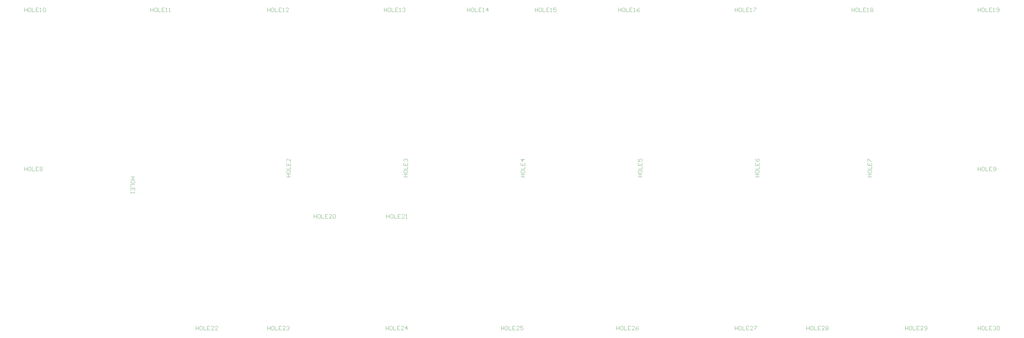
<source format=gbr>
%FSTAX23Y23*%
%MOIN*%
%SFA1B1*%

%IPPOS*%
%ADD143C,0.000500*%
%LNquadcube_65_pcb_mechanical_17-1*%
%LPD*%
G54D143*
X12727Y04122D02*
Y04073D01*
Y04097*
X1276*
Y04122*
Y04073*
X128Y04122D02*
X12784D01*
X12776Y04114*
Y04081*
X12784Y04073*
X128*
X12809Y04081*
Y04114*
X128Y04122*
X12825D02*
Y04073D01*
X12857*
X12906Y04122D02*
X12874D01*
Y04073*
X12906*
X12874Y04097D02*
X1289D01*
X12923Y04073D02*
X12939D01*
X12931*
Y04122*
X12923Y04114*
X12964Y04081D02*
X12972Y04073D01*
X12988*
X12996Y04081*
Y04114*
X12988Y04122*
X12972*
X12964Y04114*
Y04106*
X12972Y04097*
X12996*
X04226Y01479D02*
Y0143D01*
Y01455*
X04259*
Y01479*
Y0143*
X04299Y01479D02*
X04283D01*
X04275Y01471*
Y01438*
X04283Y0143*
X04299*
X04308Y01438*
Y01471*
X04299Y01479*
X04324D02*
Y0143D01*
X04357*
X04405Y01479D02*
X04373D01*
Y0143*
X04405*
X04373Y01455D02*
X04389D01*
X04454Y0143D02*
X04422D01*
X04454Y01463*
Y01471*
X04446Y01479*
X0443*
X04422Y01471*
X04471D02*
X04479Y01479D01*
X04495*
X04503Y01471*
Y01438*
X04495Y0143*
X04479*
X04471Y01438*
Y01471*
X05157Y01479D02*
Y0143D01*
Y01455*
X0519*
Y01479*
Y0143*
X0523Y01479D02*
X05214D01*
X05206Y01471*
Y01438*
X05214Y0143*
X0523*
X05239Y01438*
Y01471*
X0523Y01479*
X05255D02*
Y0143D01*
X05288*
X05337Y01479D02*
X05304D01*
Y0143*
X05337*
X05304Y01455D02*
X0532D01*
X05386Y0143D02*
X05353D01*
X05386Y01463*
Y01471*
X05377Y01479*
X05361*
X05353Y01471*
X05402Y0143D02*
X05418D01*
X0541*
Y01479*
X05402Y01471*
X02717Y00049D02*
Y0D01*
Y00024*
X0275*
Y00049*
Y0*
X0279Y00049D02*
X02774D01*
X02766Y00041*
Y00008*
X02774Y0*
X0279*
X02799Y00008*
Y00041*
X0279Y00049*
X02815D02*
Y0D01*
X02848*
X02897Y00049D02*
X02864D01*
Y0*
X02897*
X02864Y00024D02*
X0288D01*
X02946Y0D02*
X02913D01*
X02946Y00033*
Y00041*
X02937Y00049*
X02921*
X02913Y00041*
X02995Y0D02*
X02962D01*
X02995Y00033*
Y00041*
X02986Y00049*
X0297*
X02962Y00041*
X03632Y00049D02*
Y0D01*
Y00024*
X03665*
Y00049*
Y0*
X03706Y00049D02*
X0369D01*
X03681Y00041*
Y00008*
X0369Y0*
X03706*
X03714Y00008*
Y00041*
X03706Y00049*
X0373D02*
Y0D01*
X03763*
X03812Y00049D02*
X03779D01*
Y0*
X03812*
X03779Y00024D02*
X03796D01*
X03861Y0D02*
X03828D01*
X03861Y00033*
Y00041*
X03853Y00049*
X03836*
X03828Y00041*
X03877D02*
X03885Y00049D01*
X03902*
X0391Y00041*
Y00033*
X03902Y00024*
X03894*
X03902*
X0391Y00016*
Y00008*
X03902Y0*
X03885*
X03877Y00008*
X05148Y00049D02*
Y0D01*
Y00024*
X05181*
Y00049*
Y0*
X05221Y00049D02*
X05205D01*
X05197Y00041*
Y00008*
X05205Y0*
X05221*
X0523Y00008*
Y00041*
X05221Y00049*
X05246D02*
Y0D01*
X05279*
X05327Y00049D02*
X05295D01*
Y0*
X05327*
X05295Y00024D02*
X05311D01*
X05376Y0D02*
X05344D01*
X05376Y00033*
Y00041*
X05368Y00049*
X05352*
X05344Y00041*
X05417Y0D02*
Y00049D01*
X05393Y00024*
X05425*
X00522Y04122D02*
Y04073D01*
Y04097*
X00555*
Y04122*
Y04073*
X00596Y04122D02*
X00579D01*
X00571Y04114*
Y04081*
X00579Y04073*
X00596*
X00604Y04081*
Y04114*
X00596Y04122*
X0062D02*
Y04073D01*
X00653*
X00702Y04122D02*
X00669D01*
Y04073*
X00702*
X00669Y04097D02*
X00685D01*
X00718Y04073D02*
X00734D01*
X00726*
Y04122*
X00718Y04114*
X00759D02*
X00767Y04122D01*
X00783*
X00792Y04114*
Y04081*
X00783Y04073*
X00767*
X00759Y04081*
Y04114*
X02136Y04122D02*
Y04073D01*
Y04097*
X02169*
Y04122*
Y04073*
X0221Y04122D02*
X02193D01*
X02185Y04114*
Y04081*
X02193Y04073*
X0221*
X02218Y04081*
Y04114*
X0221Y04122*
X02234D02*
Y04073D01*
X02267*
X02316Y04122D02*
X02283D01*
Y04073*
X02316*
X02283Y04097D02*
X023D01*
X02332Y04073D02*
X02349D01*
X0234*
Y04122*
X02332Y04114*
X02373Y04073D02*
X02389D01*
X02381*
Y04122*
X02373Y04114*
X03632Y04122D02*
Y04073D01*
Y04097*
X03665*
Y04122*
Y04073*
X03706Y04122D02*
X0369D01*
X03681Y04114*
Y04081*
X0369Y04073*
X03706*
X03714Y04081*
Y04114*
X03706Y04122*
X0373D02*
Y04073D01*
X03763*
X03812Y04122D02*
X03779D01*
Y04073*
X03812*
X03779Y04097D02*
X03796D01*
X03828Y04073D02*
X03845D01*
X03836*
Y04122*
X03828Y04114*
X03902Y04073D02*
X03869D01*
X03902Y04106*
Y04114*
X03894Y04122*
X03877*
X03869Y04114*
X05125Y04122D02*
Y04073D01*
Y04097*
X05157*
Y04122*
Y04073*
X05198Y04122D02*
X05182D01*
X05173Y04114*
Y04081*
X05182Y04073*
X05198*
X05206Y04081*
Y04114*
X05198Y04122*
X05222D02*
Y04073D01*
X05255*
X05304Y04122D02*
X05271D01*
Y04073*
X05304*
X05271Y04097D02*
X05288D01*
X0532Y04073D02*
X05337D01*
X05329*
Y04122*
X0532Y04114*
X05361D02*
X05369Y04122D01*
X05386*
X05394Y04114*
Y04106*
X05386Y04097*
X05378*
X05386*
X05394Y04089*
Y04081*
X05386Y04073*
X05369*
X05361Y04081*
X06191Y04122D02*
Y04073D01*
Y04097*
X06224*
Y04122*
Y04073*
X06265Y04122D02*
X06249D01*
X0624Y04114*
Y04081*
X06249Y04073*
X06265*
X06273Y04081*
Y04114*
X06265Y04122*
X06289D02*
Y04073D01*
X06322*
X06371Y04122D02*
X06338D01*
Y04073*
X06371*
X06338Y04097D02*
X06355D01*
X06387Y04073D02*
X06404D01*
X06396*
Y04122*
X06387Y04114*
X06453Y04073D02*
Y04122D01*
X06428Y04097*
X06461*
X07058Y04122D02*
Y04073D01*
Y04097*
X0709*
Y04122*
Y04073*
X07131Y04122D02*
X07115D01*
X07107Y04114*
Y04081*
X07115Y04073*
X07131*
X07139Y04081*
Y04114*
X07131Y04122*
X07156D02*
Y04073D01*
X07188*
X07237Y04122D02*
X07205D01*
Y04073*
X07237*
X07205Y04097D02*
X07221D01*
X07254Y04073D02*
X0727D01*
X07262*
Y04122*
X07254Y04114*
X07327Y04122D02*
X07294D01*
Y04097*
X07311Y04106*
X07319*
X07327Y04097*
Y04081*
X07319Y04073*
X07302*
X07294Y04081*
X08125Y04122D02*
Y04073D01*
Y04097*
X08157*
Y04122*
Y04073*
X08198Y04122D02*
X08182D01*
X08173Y04114*
Y04081*
X08182Y04073*
X08198*
X08206Y04081*
Y04114*
X08198Y04122*
X08222D02*
Y04073D01*
X08255*
X08304Y04122D02*
X08271D01*
Y04073*
X08304*
X08271Y04097D02*
X08288D01*
X0832Y04073D02*
X08337D01*
X08329*
Y04122*
X0832Y04114*
X08394Y04122D02*
X08378Y04114D01*
X08361Y04097*
Y04081*
X08369Y04073*
X08386*
X08394Y04081*
Y04089*
X08386Y04097*
X08361*
X09617Y04122D02*
Y04073D01*
Y04097*
X09649*
Y04122*
Y04073*
X0969Y04122D02*
X09674D01*
X09666Y04114*
Y04081*
X09674Y04073*
X0969*
X09698Y04081*
Y04114*
X0969Y04122*
X09715D02*
Y04073D01*
X09747*
X09796Y04122D02*
X09764D01*
Y04073*
X09796*
X09764Y04097D02*
X0978D01*
X09813Y04073D02*
X09829D01*
X09821*
Y04122*
X09813Y04114*
X09853Y04122D02*
X09886D01*
Y04114*
X09853Y04081*
Y04073*
X11113Y04122D02*
Y04073D01*
Y04097*
X11145*
Y04122*
Y04073*
X11186Y04122D02*
X1117D01*
X11162Y04114*
Y04081*
X1117Y04073*
X11186*
X11194Y04081*
Y04114*
X11186Y04122*
X11211D02*
Y04073D01*
X11243*
X11292Y04122D02*
X1126D01*
Y04073*
X11292*
X1126Y04097D02*
X11276D01*
X11309Y04073D02*
X11325D01*
X11317*
Y04122*
X11309Y04114*
X11349D02*
X11358Y04122D01*
X11374*
X11382Y04114*
Y04106*
X11374Y04097*
X11382Y04089*
Y04081*
X11374Y04073*
X11358*
X11349Y04081*
Y04089*
X11358Y04097*
X11349Y04106*
Y04114*
X11358Y04097D02*
X11374D01*
X06625Y00049D02*
Y0D01*
Y00024*
X06657*
Y00049*
Y0*
X06698Y00049D02*
X06682D01*
X06673Y00041*
Y00008*
X06682Y0*
X06698*
X06706Y00008*
Y00041*
X06698Y00049*
X06722D02*
Y0D01*
X06755*
X06804Y00049D02*
X06771D01*
Y0*
X06804*
X06771Y00024D02*
X06788D01*
X06853Y0D02*
X0682D01*
X06853Y00033*
Y00041*
X06845Y00049*
X06829*
X0682Y00041*
X06902Y00049D02*
X06869D01*
Y00024*
X06886Y00033*
X06894*
X06902Y00024*
Y00008*
X06894Y0*
X06878*
X06869Y00008*
X08101Y00049D02*
Y0D01*
Y00024*
X08134*
Y00049*
Y0*
X08175Y00049D02*
X08158D01*
X0815Y00041*
Y00008*
X08158Y0*
X08175*
X08183Y00008*
Y00041*
X08175Y00049*
X08199D02*
Y0D01*
X08232*
X08281Y00049D02*
X08248D01*
Y0*
X08281*
X08248Y00024D02*
X08264D01*
X0833Y0D02*
X08297D01*
X0833Y00033*
Y00041*
X08322Y00049*
X08305*
X08297Y00041*
X08379Y00049D02*
X08362Y00041D01*
X08346Y00024*
Y00008*
X08354Y0*
X08371*
X08379Y00008*
Y00016*
X08371Y00024*
X08346*
X09617Y00049D02*
Y0D01*
Y00024*
X09649*
Y00049*
Y0*
X0969Y00049D02*
X09674D01*
X09666Y00041*
Y00008*
X09674Y0*
X0969*
X09698Y00008*
Y00041*
X0969Y00049*
X09715D02*
Y0D01*
X09747*
X09796Y00049D02*
X09764D01*
Y0*
X09796*
X09764Y00024D02*
X0978D01*
X09845Y0D02*
X09813D01*
X09845Y00033*
Y00041*
X09837Y00049*
X09821*
X09813Y00041*
X09862Y00049D02*
X09894D01*
Y00041*
X09862Y00008*
Y0*
X10532Y00049D02*
Y0D01*
Y00024*
X10565*
Y00049*
Y0*
X10605Y00049D02*
X10589D01*
X10581Y00041*
Y00008*
X10589Y0*
X10605*
X10614Y00008*
Y00041*
X10605Y00049*
X1063D02*
Y0D01*
X10663*
X10712Y00049D02*
X10679D01*
Y0*
X10712*
X10679Y00024D02*
X10695D01*
X10761Y0D02*
X10728D01*
X10761Y00033*
Y00041*
X10752Y00049*
X10736*
X10728Y00041*
X10777D02*
X10785Y00049D01*
X10801*
X1081Y00041*
Y00033*
X10801Y00024*
X1081Y00016*
Y00008*
X10801Y0*
X10785*
X10777Y00008*
Y00016*
X10785Y00024*
X10777Y00033*
Y00041*
X10785Y00024D02*
X10801D01*
X11796Y00049D02*
Y0D01*
Y00024*
X11828*
Y00049*
Y0*
X11869Y00049D02*
X11853D01*
X11845Y00041*
Y00008*
X11853Y0*
X11869*
X11877Y00008*
Y00041*
X11869Y00049*
X11894D02*
Y0D01*
X11926*
X11975Y00049D02*
X11943D01*
Y0*
X11975*
X11943Y00024D02*
X11959D01*
X12024Y0D02*
X11992D01*
X12024Y00033*
Y00041*
X12016Y00049*
X12*
X11992Y00041*
X12041Y00008D02*
X12049Y0D01*
X12065*
X12073Y00008*
Y00041*
X12065Y00049*
X12049*
X12041Y00041*
Y00033*
X12049Y00024*
X12073*
X12727Y00049D02*
Y0D01*
Y00024*
X1276*
Y00049*
Y0*
X128Y00049D02*
X12784D01*
X12776Y00041*
Y00008*
X12784Y0*
X128*
X12809Y00008*
Y00041*
X128Y00049*
X12825D02*
Y0D01*
X12857*
X12906Y00049D02*
X12874D01*
Y0*
X12906*
X12874Y00024D02*
X1289D01*
X12923Y00041D02*
X12931Y00049D01*
X12947*
X12955Y00041*
Y00033*
X12947Y00024*
X12939*
X12947*
X12955Y00016*
Y00008*
X12947Y0*
X12931*
X12923Y00008*
X12972Y00041D02*
X1298Y00049D01*
X12996*
X13004Y00041*
Y00008*
X12996Y0*
X1298*
X12972Y00008*
Y00041*
X00522Y02085D02*
Y02036D01*
Y02061*
X00555*
Y02085*
Y02036*
X00596Y02085D02*
X00579D01*
X00571Y02077*
Y02045*
X00579Y02036*
X00596*
X00604Y02045*
Y02077*
X00596Y02085*
X0062D02*
Y02036D01*
X00653*
X00702Y02085D02*
X00669D01*
Y02036*
X00702*
X00669Y02061D02*
X00685D01*
X00718Y02077D02*
X00726Y02085D01*
X00743*
X00751Y02077*
Y02069*
X00743Y02061*
X00751Y02053*
Y02045*
X00743Y02036*
X00726*
X00718Y02045*
Y02053*
X00726Y02061*
X00718Y02069*
Y02077*
X00726Y02061D02*
X00743D01*
X12727Y02085D02*
Y02036D01*
Y02061*
X1276*
Y02085*
Y02036*
X128Y02085D02*
X12784D01*
X12776Y02077*
Y02045*
X12784Y02036*
X128*
X12809Y02045*
Y02077*
X128Y02085*
X12825D02*
Y02036D01*
X12857*
X12906Y02085D02*
X12874D01*
Y02036*
X12906*
X12874Y02061D02*
X1289D01*
X12923Y02045D02*
X12931Y02036D01*
X12947*
X12955Y02045*
Y02077*
X12947Y02085*
X12931*
X12923Y02077*
Y02069*
X12931Y02061*
X12955*
X01933Y01961D02*
X01884D01*
X01908*
Y01929*
X01933*
X01884*
X01933Y01888D02*
Y01904D01*
X01924Y01912*
X01892*
X01884Y01904*
Y01888*
X01892Y0188*
X01924*
X01933Y01888*
Y01863D02*
X01884D01*
Y01831*
X01933Y01782D02*
Y01815D01*
X01884*
Y01782*
X01908Y01815D02*
Y01798D01*
X01884Y01766D02*
Y01749D01*
Y01757*
X01933*
X01924Y01766*
X03876Y01961D02*
X03925D01*
X039*
Y01994*
X03876*
X03925*
X03876Y02035D02*
Y02019D01*
X03884Y0201*
X03916*
X03925Y02019*
Y02035*
X03916Y02043*
X03884*
X03876Y02035*
Y02059D02*
X03925D01*
Y02092*
X03876Y02141D02*
Y02108D01*
X03925*
Y02141*
X039Y02108D02*
Y02125D01*
X03925Y0219D02*
Y02157D01*
X03892Y0219*
X03884*
X03876Y02182*
Y02166*
X03884Y02157*
X05376Y01961D02*
X05425D01*
X054*
Y01994*
X05376*
X05425*
X05376Y02035D02*
Y02019D01*
X05384Y0201*
X05416*
X05425Y02019*
Y02035*
X05416Y02043*
X05384*
X05376Y02035*
Y02059D02*
X05425D01*
Y02092*
X05376Y02141D02*
Y02108D01*
X05425*
Y02141*
X054Y02108D02*
Y02125D01*
X05384Y02157D02*
X05376Y02166D01*
Y02182*
X05384Y0219*
X05392*
X054Y02182*
Y02174*
Y02182*
X05408Y0219*
X05416*
X05425Y02182*
Y02166*
X05416Y02157*
X06876Y01961D02*
X06925D01*
X069*
Y01994*
X06876*
X06925*
X06876Y02035D02*
Y02019D01*
X06884Y0201*
X06916*
X06925Y02019*
Y02035*
X06916Y02043*
X06884*
X06876Y02035*
Y02059D02*
X06925D01*
Y02092*
X06876Y02141D02*
Y02108D01*
X06925*
Y02141*
X069Y02108D02*
Y02125D01*
X06925Y02182D02*
X06876D01*
X069Y02157*
Y0219*
X08376Y01961D02*
X08425D01*
X084*
Y01994*
X08376*
X08425*
X08376Y02035D02*
Y02019D01*
X08384Y0201*
X08416*
X08425Y02019*
Y02035*
X08416Y02043*
X08384*
X08376Y02035*
Y02059D02*
X08425D01*
Y02092*
X08376Y02141D02*
Y02108D01*
X08425*
Y02141*
X084Y02108D02*
Y02125D01*
X08376Y0219D02*
Y02157D01*
X084*
X08392Y02174*
Y02182*
X084Y0219*
X08416*
X08425Y02182*
Y02166*
X08416Y02157*
X09876Y01961D02*
X09925D01*
X099*
Y01994*
X09876*
X09925*
X09876Y02035D02*
Y02019D01*
X09884Y0201*
X09916*
X09925Y02019*
Y02035*
X09916Y02043*
X09884*
X09876Y02035*
Y02059D02*
X09925D01*
Y02092*
X09876Y02141D02*
Y02108D01*
X09925*
Y02141*
X099Y02108D02*
Y02125D01*
X09876Y0219D02*
X09884Y02174D01*
X099Y02157*
X09916*
X09925Y02166*
Y02182*
X09916Y0219*
X09908*
X099Y02182*
Y02157*
X11316Y01961D02*
X11365D01*
X11341*
Y01994*
X11316*
X11365*
X11316Y02035D02*
Y02019D01*
X11325Y0201*
X11357*
X11365Y02019*
Y02035*
X11357Y02043*
X11325*
X11316Y02035*
Y02059D02*
X11365D01*
Y02092*
X11316Y02141D02*
Y02108D01*
X11365*
Y02141*
X11341Y02108D02*
Y02125D01*
X11316Y02157D02*
Y0219D01*
X11325*
X11357Y02157*
X11365*
M02*
</source>
